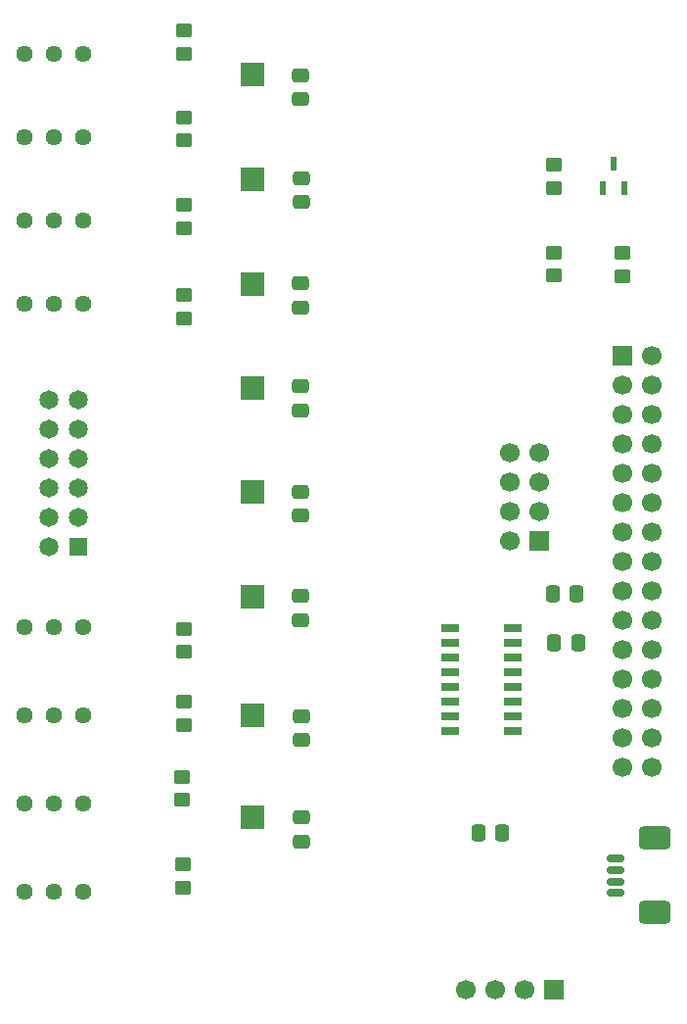
<source format=gbr>
%TF.GenerationSoftware,KiCad,Pcbnew,9.0.2*%
%TF.CreationDate,2025-07-04T16:32:19+10:00*%
%TF.ProjectId,v9_equip_analog_IDC,76395f65-7175-4697-905f-616e616c6f67,rev?*%
%TF.SameCoordinates,Original*%
%TF.FileFunction,Soldermask,Top*%
%TF.FilePolarity,Negative*%
%FSLAX46Y46*%
G04 Gerber Fmt 4.6, Leading zero omitted, Abs format (unit mm)*
G04 Created by KiCad (PCBNEW 9.0.2) date 2025-07-04 16:32:19*
%MOMM*%
%LPD*%
G01*
G04 APERTURE LIST*
G04 Aperture macros list*
%AMRoundRect*
0 Rectangle with rounded corners*
0 $1 Rounding radius*
0 $2 $3 $4 $5 $6 $7 $8 $9 X,Y pos of 4 corners*
0 Add a 4 corners polygon primitive as box body*
4,1,4,$2,$3,$4,$5,$6,$7,$8,$9,$2,$3,0*
0 Add four circle primitives for the rounded corners*
1,1,$1+$1,$2,$3*
1,1,$1+$1,$4,$5*
1,1,$1+$1,$6,$7*
1,1,$1+$1,$8,$9*
0 Add four rect primitives between the rounded corners*
20,1,$1+$1,$2,$3,$4,$5,0*
20,1,$1+$1,$4,$5,$6,$7,0*
20,1,$1+$1,$6,$7,$8,$9,0*
20,1,$1+$1,$8,$9,$2,$3,0*%
G04 Aperture macros list end*
%ADD10R,2.000000X2.000000*%
%ADD11RoundRect,0.250000X-0.337500X-0.475000X0.337500X-0.475000X0.337500X0.475000X-0.337500X0.475000X0*%
%ADD12RoundRect,0.250000X0.450000X-0.350000X0.450000X0.350000X-0.450000X0.350000X-0.450000X-0.350000X0*%
%ADD13RoundRect,0.250000X0.337500X0.475000X-0.337500X0.475000X-0.337500X-0.475000X0.337500X-0.475000X0*%
%ADD14RoundRect,0.250000X-0.475000X0.337500X-0.475000X-0.337500X0.475000X-0.337500X0.475000X0.337500X0*%
%ADD15RoundRect,0.250000X-0.450000X0.350000X-0.450000X-0.350000X0.450000X-0.350000X0.450000X0.350000X0*%
%ADD16R,1.650000X1.650000*%
%ADD17C,1.650000*%
%ADD18C,1.440000*%
%ADD19R,1.700000X1.700000*%
%ADD20C,1.700000*%
%ADD21RoundRect,0.150000X0.625000X-0.150000X0.625000X0.150000X-0.625000X0.150000X-0.625000X-0.150000X0*%
%ADD22RoundRect,0.416666X0.970834X-0.583334X0.970834X0.583334X-0.970834X0.583334X-0.970834X-0.583334X0*%
%ADD23R,0.600000X1.250000*%
%ADD24R,1.525000X0.650000*%
G04 APERTURE END LIST*
D10*
%TO.C,TP5*%
X22987000Y-49276000D03*
%TD*%
D11*
%TO.C,C6*%
X49102100Y-62255400D03*
X51177100Y-62255400D03*
%TD*%
D12*
%TO.C,R7*%
X49072800Y-22961600D03*
X49072800Y-20961600D03*
%TD*%
D13*
%TO.C,C1*%
X44602400Y-78663800D03*
X42527400Y-78663800D03*
%TD*%
D14*
%TO.C,C5*%
X27228800Y-68609300D03*
X27228800Y-70684300D03*
%TD*%
D15*
%TO.C,R4*%
X16941800Y-73853800D03*
X16941800Y-75853800D03*
%TD*%
D14*
%TO.C,C4*%
X27178000Y-49203700D03*
X27178000Y-51278700D03*
%TD*%
D12*
%TO.C,R8*%
X17119600Y-18856200D03*
X17119600Y-16856200D03*
%TD*%
D10*
%TO.C,TP7*%
X23012400Y-68580000D03*
%TD*%
D16*
%TO.C,J1*%
X7975600Y-53975000D03*
D17*
X5435600Y-53975000D03*
X7975600Y-51435000D03*
X5435600Y-51435000D03*
X7975600Y-48895000D03*
X5435600Y-48895000D03*
X7975600Y-46355000D03*
X5435600Y-46355000D03*
X7975600Y-43815000D03*
X5435600Y-43815000D03*
X7975600Y-41275000D03*
X5435600Y-41275000D03*
%TD*%
D15*
%TO.C,R10*%
X17043400Y-67351400D03*
X17043400Y-69351400D03*
%TD*%
D18*
%TO.C,RV8*%
X8382000Y-83820000D03*
X5842000Y-83820000D03*
X3302000Y-83820000D03*
%TD*%
%TO.C,RV5*%
X8382000Y-18626667D03*
X5842000Y-18626667D03*
X3302000Y-18626667D03*
%TD*%
D10*
%TO.C,TP8*%
X23012400Y-77368400D03*
%TD*%
D19*
%TO.C,J3*%
X54991000Y-37439600D03*
D20*
X57531000Y-37439600D03*
X54991000Y-39979600D03*
X57531000Y-39979600D03*
X54991000Y-42519600D03*
X57531000Y-42519600D03*
X54991000Y-45059600D03*
X57531000Y-45059600D03*
X54991000Y-47599600D03*
X57531000Y-47599600D03*
X54991000Y-50139600D03*
X57531000Y-50139600D03*
X54991000Y-52679600D03*
X57531000Y-52679600D03*
X54991000Y-55219600D03*
X57531000Y-55219600D03*
X54991000Y-57759600D03*
X57531000Y-57759600D03*
X54991000Y-60299600D03*
X57531000Y-60299600D03*
X54991000Y-62839600D03*
X57531000Y-62839600D03*
X54991000Y-65379600D03*
X57531000Y-65379600D03*
X54991000Y-67919600D03*
X57531000Y-67919600D03*
X54991000Y-70459600D03*
X57531000Y-70459600D03*
X54991000Y-72999600D03*
X57531000Y-72999600D03*
%TD*%
D12*
%TO.C,R5*%
X55016400Y-30581600D03*
X55016400Y-28581600D03*
%TD*%
D18*
%TO.C,RV7*%
X8382000Y-68580000D03*
X5842000Y-68580000D03*
X3302000Y-68580000D03*
%TD*%
D14*
%TO.C,C8*%
X27203400Y-22101900D03*
X27203400Y-24176900D03*
%TD*%
D12*
%TO.C,R9*%
X17043400Y-34223200D03*
X17043400Y-32223200D03*
%TD*%
D10*
%TO.C,TP2*%
X22987000Y-22225000D03*
%TD*%
D12*
%TO.C,R6*%
X49072800Y-30556200D03*
X49072800Y-28556200D03*
%TD*%
D10*
%TO.C,TP6*%
X22987000Y-58293000D03*
%TD*%
D15*
%TO.C,R3*%
X17043400Y-61077600D03*
X17043400Y-63077600D03*
%TD*%
D10*
%TO.C,TP3*%
X23012400Y-31267400D03*
%TD*%
D14*
%TO.C,C10*%
X27178000Y-58220700D03*
X27178000Y-60295700D03*
%TD*%
D18*
%TO.C,RV3*%
X8382000Y-25823333D03*
X5842000Y-25823333D03*
X3302000Y-25823333D03*
%TD*%
D19*
%TO.C,J2*%
X47802800Y-53441600D03*
D20*
X45262800Y-53441600D03*
X47802800Y-50901600D03*
X45262800Y-50901600D03*
X47802800Y-48361600D03*
X45262800Y-48361600D03*
X47802800Y-45821600D03*
X45262800Y-45821600D03*
%TD*%
D21*
%TO.C,CON2*%
X54388000Y-83897600D03*
X54388000Y-82897600D03*
X54388000Y-81897600D03*
X54388000Y-80897600D03*
D22*
X57810400Y-85598000D03*
X57810400Y-79146400D03*
%TD*%
D23*
%TO.C,IC1*%
X53304400Y-23011600D03*
X55204400Y-23011600D03*
X54254400Y-20911600D03*
%TD*%
D14*
%TO.C,C2*%
X27178000Y-13211900D03*
X27178000Y-15286900D03*
%TD*%
%TO.C,C9*%
X27178000Y-40110500D03*
X27178000Y-42185500D03*
%TD*%
D15*
%TO.C,R11*%
X16992600Y-81423000D03*
X16992600Y-83423000D03*
%TD*%
D12*
%TO.C,R1*%
X17119600Y-11388600D03*
X17119600Y-9388600D03*
%TD*%
D11*
%TO.C,C11*%
X49000500Y-58013600D03*
X51075500Y-58013600D03*
%TD*%
D10*
%TO.C,TP1*%
X22987000Y-13131800D03*
%TD*%
D18*
%TO.C,RV4*%
X8382000Y-60960000D03*
X5842000Y-60960000D03*
X3302000Y-60960000D03*
%TD*%
D14*
%TO.C,C3*%
X27152600Y-31235016D03*
X27152600Y-33310016D03*
%TD*%
D18*
%TO.C,RV2*%
X8382000Y-76200000D03*
X5842000Y-76200000D03*
X3302000Y-76200000D03*
%TD*%
%TO.C,RV6*%
X8382000Y-33020000D03*
X5842000Y-33020000D03*
X3302000Y-33020000D03*
%TD*%
D14*
%TO.C,C7*%
X27228800Y-77372300D03*
X27228800Y-79447300D03*
%TD*%
D19*
%TO.C,CON1*%
X49123600Y-92252800D03*
D20*
X46583600Y-92252800D03*
X44043600Y-92252800D03*
X41503600Y-92252800D03*
%TD*%
D18*
%TO.C,RV1*%
X8382000Y-11430000D03*
X5842000Y-11430000D03*
X3302000Y-11430000D03*
%TD*%
D12*
%TO.C,R2*%
X17094200Y-26450800D03*
X17094200Y-24450800D03*
%TD*%
D10*
%TO.C,TP4*%
X22987000Y-40259000D03*
%TD*%
D24*
%TO.C,IC2*%
X40137800Y-60985400D03*
X40137800Y-62255400D03*
X40137800Y-63525400D03*
X40137800Y-64795400D03*
X40137800Y-66065400D03*
X40137800Y-67335400D03*
X40137800Y-68605400D03*
X40137800Y-69875400D03*
X45561800Y-69875400D03*
X45561800Y-68605400D03*
X45561800Y-67335400D03*
X45561800Y-66065400D03*
X45561800Y-64795400D03*
X45561800Y-63525400D03*
X45561800Y-62255400D03*
X45561800Y-60985400D03*
%TD*%
M02*

</source>
